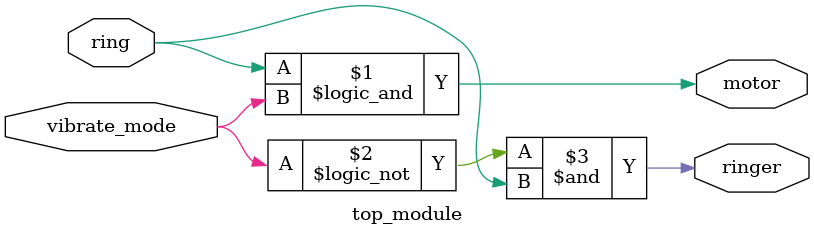
<source format=v>
module top_module (
    input ring,
    input vibrate_mode,
    output ringer,       // Make sound
    output motor         // Vibrate
);
assign motor=ring&&vibrate_mode;
    assign ringer=(!vibrate_mode)&ring;
endmodule
</source>
